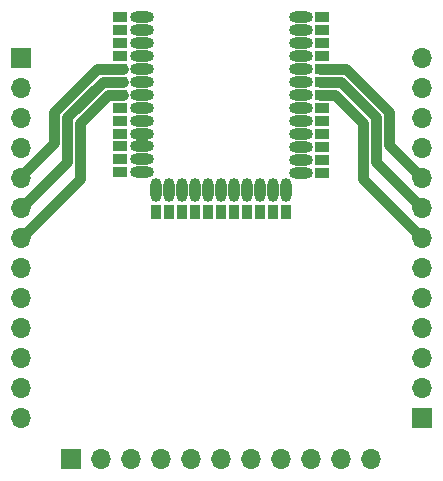
<source format=gbr>
%TF.GenerationSoftware,KiCad,Pcbnew,(6.0.4-0)*%
%TF.CreationDate,2022-07-01T21:41:05+01:00*%
%TF.ProjectId,holyiot-flexypin,686f6c79-696f-4742-9d66-6c6578797069,rev?*%
%TF.SameCoordinates,Original*%
%TF.FileFunction,Copper,L2,Bot*%
%TF.FilePolarity,Positive*%
%FSLAX46Y46*%
G04 Gerber Fmt 4.6, Leading zero omitted, Abs format (unit mm)*
G04 Created by KiCad (PCBNEW (6.0.4-0)) date 2022-07-01 21:41:05*
%MOMM*%
%LPD*%
G01*
G04 APERTURE LIST*
%TA.AperFunction,ComponentPad*%
%ADD10R,1.700000X1.700000*%
%TD*%
%TA.AperFunction,ComponentPad*%
%ADD11O,1.700000X1.700000*%
%TD*%
%TA.AperFunction,ComponentPad*%
%ADD12O,2.000000X0.950000*%
%TD*%
%TA.AperFunction,ComponentPad*%
%ADD13R,1.300000X0.900000*%
%TD*%
%TA.AperFunction,ComponentPad*%
%ADD14R,0.900000X1.300000*%
%TD*%
%TA.AperFunction,ComponentPad*%
%ADD15O,0.950000X2.000000*%
%TD*%
%TA.AperFunction,Conductor*%
%ADD16C,0.900000*%
%TD*%
G04 APERTURE END LIST*
D10*
%TO.P,J6,1,Pin_1*%
%TO.N,Net-(J6-Pad1)*%
X154000000Y-99975000D03*
D11*
%TO.P,J6,2,Pin_2*%
%TO.N,Net-(J6-Pad2)*%
X154000000Y-97435000D03*
%TO.P,J6,3,Pin_3*%
%TO.N,Net-(J6-Pad3)*%
X154000000Y-94895000D03*
%TO.P,J6,4,Pin_4*%
%TO.N,Net-(J6-Pad4)*%
X154000000Y-92355000D03*
%TO.P,J6,5,Pin_5*%
%TO.N,Net-(J6-Pad5)*%
X154000000Y-89815000D03*
%TO.P,J6,6,Pin_6*%
%TO.N,Net-(J6-Pad6)*%
X154000000Y-87275000D03*
%TO.P,J6,7,Pin_7*%
%TO.N,Net-(J6-Pad7)*%
X154000000Y-84735000D03*
%TO.P,J6,8,Pin_8*%
%TO.N,Net-(J6-Pad8)*%
X154000000Y-82195000D03*
%TO.P,J6,9,Pin_9*%
%TO.N,Net-(J6-Pad9)*%
X154000000Y-79655000D03*
%TO.P,J6,10,Pin_10*%
%TO.N,Net-(J6-Pad10)*%
X154000000Y-77115000D03*
%TO.P,J6,11,Pin_11*%
%TO.N,Net-(J6-Pad11)*%
X154000000Y-74575000D03*
%TO.P,J6,12,Pin_12*%
%TO.N,Net-(J6-Pad12)*%
X154000000Y-72035000D03*
%TO.P,J6,13,Pin_13*%
%TO.N,Net-(J6-Pad13)*%
X154000000Y-69495000D03*
%TD*%
D12*
%TO.P,J5,*%
%TO.N,*%
X143700000Y-66050000D03*
D13*
%TO.P,J5,13,Pin_13*%
%TO.N,Net-(J6-Pad13)*%
X145550000Y-66050000D03*
D12*
%TO.P,J5,*%
%TO.N,*%
X143700000Y-67150000D03*
D13*
%TO.P,J5,12,Pin_12*%
%TO.N,Net-(J6-Pad12)*%
X145550000Y-67150000D03*
D12*
%TO.P,J5,*%
%TO.N,*%
X143700000Y-68250000D03*
D13*
%TO.P,J5,11,Pin_11*%
%TO.N,Net-(J6-Pad11)*%
X145550000Y-68250000D03*
D12*
%TO.P,J5,*%
%TO.N,*%
X143700000Y-69350000D03*
D13*
%TO.P,J5,10,Pin_10*%
%TO.N,Net-(J6-Pad10)*%
X145550000Y-69350000D03*
D12*
%TO.P,J5,*%
%TO.N,*%
X143700000Y-70450000D03*
D13*
%TO.P,J5,9,Pin_9*%
%TO.N,Net-(J6-Pad9)*%
X145550000Y-70450000D03*
D12*
%TO.P,J5,*%
%TO.N,*%
X143700000Y-71550000D03*
D13*
%TO.P,J5,8,Pin_8*%
%TO.N,Net-(J6-Pad8)*%
X145550000Y-71550000D03*
D12*
%TO.P,J5,*%
%TO.N,*%
X143700000Y-72650000D03*
D13*
%TO.P,J5,7,Pin_7*%
%TO.N,Net-(J6-Pad7)*%
X145550000Y-72650000D03*
D12*
%TO.P,J5,*%
%TO.N,*%
X143700000Y-73750000D03*
D13*
%TO.P,J5,6,Pin_6*%
%TO.N,Net-(J6-Pad6)*%
X145550000Y-73750000D03*
D12*
%TO.P,J5,*%
%TO.N,*%
X143700000Y-74850000D03*
D13*
%TO.P,J5,5,Pin_5*%
%TO.N,Net-(J6-Pad5)*%
X145550000Y-74850000D03*
D12*
%TO.P,J5,*%
%TO.N,*%
X143700000Y-75950000D03*
D13*
%TO.P,J5,4,Pin_4*%
%TO.N,Net-(J6-Pad4)*%
X145550000Y-75950000D03*
D12*
%TO.P,J5,*%
%TO.N,*%
X143700000Y-77050000D03*
D13*
%TO.P,J5,3,Pin_3*%
%TO.N,Net-(J6-Pad3)*%
X145550000Y-77050000D03*
D12*
%TO.P,J5,*%
%TO.N,*%
X143700000Y-78150000D03*
D13*
%TO.P,J5,2,Pin_2*%
%TO.N,Net-(J6-Pad2)*%
X145550000Y-78150000D03*
D12*
%TO.P,J5,*%
%TO.N,*%
X143700000Y-79250000D03*
D13*
%TO.P,J5,1,Pin_1*%
%TO.N,Net-(J6-Pad1)*%
X145550000Y-79250000D03*
%TD*%
D10*
%TO.P,J4,1,Pin_1*%
%TO.N,Net-(J3-Pad1)*%
X124300000Y-103500000D03*
D11*
%TO.P,J4,2,Pin_2*%
%TO.N,Net-(J3-Pad2)*%
X126840000Y-103500000D03*
%TO.P,J4,3,Pin_3*%
%TO.N,Net-(J3-Pad3)*%
X129380000Y-103500000D03*
%TO.P,J4,4,Pin_4*%
%TO.N,Net-(J3-Pad4)*%
X131920000Y-103500000D03*
%TO.P,J4,5,Pin_5*%
%TO.N,Net-(J3-Pad5)*%
X134460000Y-103500000D03*
%TO.P,J4,6,Pin_6*%
%TO.N,Net-(J3-Pad6)*%
X137000000Y-103500000D03*
%TO.P,J4,7,Pin_7*%
%TO.N,Net-(J3-Pad7)*%
X139540000Y-103500000D03*
%TO.P,J4,8,Pin_8*%
%TO.N,Net-(J3-Pad8)*%
X142080000Y-103500000D03*
%TO.P,J4,9,Pin_9*%
%TO.N,Net-(J3-Pad9)*%
X144620000Y-103500000D03*
%TO.P,J4,10,Pin_10*%
%TO.N,Net-(J3-Pad10)*%
X147160000Y-103500000D03*
%TO.P,J4,11,Pin_11*%
%TO.N,Net-(J3-Pad11)*%
X149700000Y-103500000D03*
%TD*%
D14*
%TO.P,J3,1,Pin_1*%
%TO.N,Net-(J3-Pad1)*%
X131500000Y-82550000D03*
D15*
%TO.P,J3,*%
%TO.N,*%
X131500000Y-80700000D03*
D14*
%TO.P,J3,2,Pin_2*%
%TO.N,Net-(J3-Pad2)*%
X132600000Y-82550000D03*
D15*
%TO.P,J3,*%
%TO.N,*%
X132600000Y-80700000D03*
D14*
%TO.P,J3,3,Pin_3*%
%TO.N,Net-(J3-Pad3)*%
X133700000Y-82550000D03*
D15*
%TO.P,J3,*%
%TO.N,*%
X133700000Y-80700000D03*
D14*
%TO.P,J3,4,Pin_4*%
%TO.N,Net-(J3-Pad4)*%
X134800000Y-82550000D03*
D15*
%TO.P,J3,*%
%TO.N,*%
X134800000Y-80700000D03*
D14*
%TO.P,J3,5,Pin_5*%
%TO.N,Net-(J3-Pad5)*%
X135900000Y-82550000D03*
D15*
%TO.P,J3,*%
%TO.N,*%
X135900000Y-80700000D03*
D14*
%TO.P,J3,6,Pin_6*%
%TO.N,Net-(J3-Pad6)*%
X137000000Y-82550000D03*
D15*
%TO.P,J3,*%
%TO.N,*%
X137000000Y-80700000D03*
D14*
%TO.P,J3,7,Pin_7*%
%TO.N,Net-(J3-Pad7)*%
X138100000Y-82550000D03*
D15*
%TO.P,J3,*%
%TO.N,*%
X138100000Y-80700000D03*
D14*
%TO.P,J3,8,Pin_8*%
%TO.N,Net-(J3-Pad8)*%
X139200000Y-82550000D03*
D15*
%TO.P,J3,*%
%TO.N,*%
X139200000Y-80700000D03*
D14*
%TO.P,J3,9,Pin_9*%
%TO.N,Net-(J3-Pad9)*%
X140300000Y-82550000D03*
D15*
%TO.P,J3,*%
%TO.N,*%
X140300000Y-80700000D03*
D14*
%TO.P,J3,10,Pin_10*%
%TO.N,Net-(J3-Pad10)*%
X141400000Y-82550000D03*
D15*
%TO.P,J3,*%
%TO.N,*%
X141400000Y-80700000D03*
D14*
%TO.P,J3,11,Pin_11*%
%TO.N,Net-(J3-Pad11)*%
X142500000Y-82550000D03*
D15*
%TO.P,J3,*%
%TO.N,*%
X142500000Y-80700000D03*
%TD*%
D10*
%TO.P, ,1,Pin_1*%
%TO.N,Net-(J1-Pad1)*%
X120000000Y-69525000D03*
D11*
%TO.P, ,2,Pin_2*%
%TO.N,Net-(J1-Pad2)*%
X120000000Y-72065000D03*
%TO.P, ,3,Pin_3*%
%TO.N,Net-(J1-Pad3)*%
X120000000Y-74605000D03*
%TO.P, ,4,Pin_4*%
%TO.N,Net-(J1-Pad4)*%
X120000000Y-77145000D03*
%TO.P, ,5,Pin_5*%
%TO.N,Net-(J1-Pad5)*%
X120000000Y-79685000D03*
%TO.P, ,6,Pin_6*%
%TO.N,Net-(J1-Pad6)*%
X120000000Y-82225000D03*
%TO.P, ,7,Pin_7*%
%TO.N,Net-(J1-Pad7)*%
X120000000Y-84765000D03*
%TO.P, ,8,Pin_8*%
%TO.N,Net-(J1-Pad8)*%
X120000000Y-87305000D03*
%TO.P, ,9,Pin_9*%
%TO.N,Net-(J1-Pad9)*%
X120000000Y-89845000D03*
%TO.P, ,10,Pin_10*%
%TO.N,Net-(J1-Pad10)*%
X120000000Y-92385000D03*
%TO.P, ,11,Pin_11*%
%TO.N,Net-(J1-Pad11)*%
X120000000Y-94925000D03*
%TO.P, ,12,Pin_12*%
%TO.N,Net-(J1-Pad12)*%
X120000000Y-97465000D03*
%TO.P, ,13,Pin_13*%
%TO.N,Net-(J1-Pad13)*%
X120000000Y-100005000D03*
%TD*%
D13*
%TO.P,J1,1,Pin_1*%
%TO.N,Net-(J1-Pad1)*%
X128450000Y-66000000D03*
D12*
%TO.P,J1,*%
%TO.N,*%
X130300000Y-66000000D03*
D13*
%TO.P,J1,2,Pin_2*%
%TO.N,Net-(J1-Pad2)*%
X128450000Y-67100000D03*
D12*
%TO.P,J1,*%
%TO.N,*%
X130300000Y-67100000D03*
D13*
%TO.P,J1,3,Pin_3*%
%TO.N,Net-(J1-Pad3)*%
X128450000Y-68200000D03*
D12*
%TO.P,J1,*%
%TO.N,*%
X130300000Y-68200000D03*
D13*
%TO.P,J1,4,Pin_4*%
%TO.N,Net-(J1-Pad4)*%
X128450000Y-69300000D03*
D12*
%TO.P,J1,*%
%TO.N,*%
X130300000Y-69300000D03*
D13*
%TO.P,J1,5,Pin_5*%
%TO.N,Net-(J1-Pad5)*%
X128450000Y-70400000D03*
D12*
%TO.P,J1,*%
%TO.N,*%
X130300000Y-70400000D03*
D13*
%TO.P,J1,6,Pin_6*%
%TO.N,Net-(J1-Pad6)*%
X128450000Y-71500000D03*
D12*
%TO.P,J1,*%
%TO.N,*%
X130300000Y-71500000D03*
D13*
%TO.P,J1,7,Pin_7*%
%TO.N,Net-(J1-Pad7)*%
X128450000Y-72600000D03*
D12*
%TO.P,J1,*%
%TO.N,*%
X130300000Y-72600000D03*
D13*
%TO.P,J1,8,Pin_8*%
%TO.N,Net-(J1-Pad8)*%
X128450000Y-73700000D03*
D12*
%TO.P,J1,*%
%TO.N,*%
X130300000Y-73700000D03*
D13*
%TO.P,J1,9,Pin_9*%
%TO.N,Net-(J1-Pad9)*%
X128450000Y-74800000D03*
D12*
%TO.P,J1,*%
%TO.N,*%
X130300000Y-74800000D03*
D13*
%TO.P,J1,10,Pin_10*%
%TO.N,Net-(J1-Pad10)*%
X128450000Y-75900000D03*
D12*
%TO.P,J1,*%
%TO.N,*%
X130300000Y-75900000D03*
D13*
%TO.P,J1,11,Pin_11*%
%TO.N,Net-(J1-Pad11)*%
X128450000Y-77000000D03*
D12*
%TO.P,J1,*%
%TO.N,*%
X130300000Y-77000000D03*
D13*
%TO.P,J1,12,Pin_12*%
%TO.N,Net-(J1-Pad12)*%
X128450000Y-78100000D03*
D12*
%TO.P,J1,*%
%TO.N,*%
X130300000Y-78100000D03*
D13*
%TO.P,J1,13,Pin_13*%
%TO.N,Net-(J1-Pad13)*%
X128450000Y-79200000D03*
D12*
%TO.P,J1,*%
%TO.N,*%
X130300000Y-79200000D03*
%TD*%
D16*
%TO.N,Net-(J1-Pad5)*%
X120000000Y-79685000D02*
X120000000Y-79500000D01*
X126490088Y-70400000D02*
X128650480Y-70400000D01*
X120000000Y-79500000D02*
X122800960Y-76699040D01*
X122800960Y-76699040D02*
X122800960Y-74089128D01*
X122800960Y-74089128D02*
X126490088Y-70400000D01*
%TO.N,Net-(J1-Pad6)*%
X120000000Y-82225000D02*
X123900480Y-78324520D01*
X126945044Y-71500000D02*
X128650480Y-71500000D01*
X123900480Y-78324520D02*
X123900480Y-74544564D01*
X123900480Y-74544564D02*
X126945044Y-71500000D01*
%TO.N,Net-(J6-Pad9)*%
X154000000Y-79655000D02*
X151199040Y-76854040D01*
X151199040Y-76854040D02*
X151199040Y-74089128D01*
X147559912Y-70450000D02*
X145349520Y-70450000D01*
X151199040Y-74089128D02*
X147559912Y-70450000D01*
%TO.N,Net-(J6-Pad8)*%
X154000000Y-82195000D02*
X150099520Y-78294520D01*
X150099520Y-78294520D02*
X150099520Y-74544564D01*
X150099520Y-74544564D02*
X147104956Y-71550000D01*
X147104956Y-71550000D02*
X145349520Y-71550000D01*
%TO.N,Net-(J6-Pad7)*%
X154000000Y-84735000D02*
X149000000Y-79735000D01*
X149000000Y-79735000D02*
X149000000Y-75000000D01*
X149000000Y-75000000D02*
X146650000Y-72650000D01*
X146650000Y-72650000D02*
X145349520Y-72650000D01*
%TO.N,Net-(J1-Pad7)*%
X125000000Y-79765000D02*
X125000000Y-75000000D01*
X120000000Y-84765000D02*
X125000000Y-79765000D01*
X125000000Y-75000000D02*
X127400000Y-72600000D01*
X127400000Y-72600000D02*
X128650480Y-72600000D01*
%TD*%
M02*

</source>
